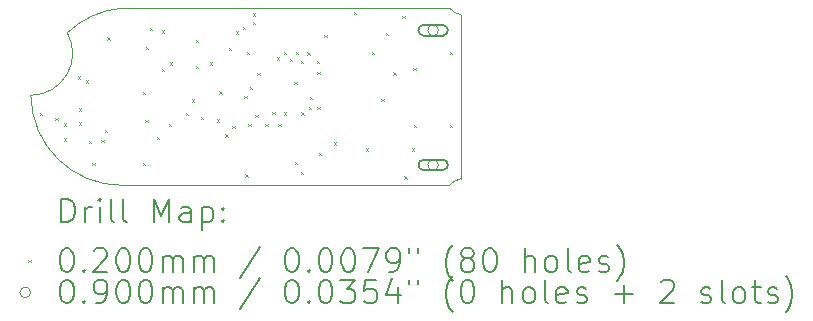
<source format=gbr>
%TF.GenerationSoftware,KiCad,Pcbnew,7.0.7*%
%TF.CreationDate,2024-01-11T13:54:03+01:00*%
%TF.ProjectId,ovrdrive,6f767264-7269-4766-952e-6b696361645f,rev?*%
%TF.SameCoordinates,Original*%
%TF.FileFunction,Drillmap*%
%TF.FilePolarity,Positive*%
%FSLAX45Y45*%
G04 Gerber Fmt 4.5, Leading zero omitted, Abs format (unit mm)*
G04 Created by KiCad (PCBNEW 7.0.7) date 2024-01-11 13:54:03*
%MOMM*%
%LPD*%
G01*
G04 APERTURE LIST*
%ADD10C,0.050000*%
%ADD11C,0.200000*%
%ADD12C,0.020000*%
%ADD13C,0.090000*%
G04 APERTURE END LIST*
D10*
X11579998Y-9662374D02*
G75*
G03*
X11112777Y-9870724I58602J-759457D01*
G01*
X11580000Y-11162372D02*
X14348446Y-11162372D01*
X10803822Y-10400780D02*
G75*
G03*
X11580000Y-11162372I770138J8570D01*
G01*
X14443451Y-11107373D02*
G75*
G03*
X14348452Y-11162372I32589J-165837D01*
G01*
X10803826Y-10400781D02*
G75*
G03*
X11112777Y-9870724I-2361J356443D01*
G01*
X14348452Y-9662371D02*
G75*
G03*
X14443451Y-9717372I127588J110831D01*
G01*
X14443446Y-9717372D02*
X14443446Y-11107372D01*
X11580000Y-9662372D02*
X14348446Y-9662372D01*
D11*
D12*
X10880000Y-10550000D02*
X10900000Y-10570000D01*
X10900000Y-10550000D02*
X10880000Y-10570000D01*
X11010000Y-10590000D02*
X11030000Y-10610000D01*
X11030000Y-10590000D02*
X11010000Y-10610000D01*
X11083000Y-10637000D02*
X11103000Y-10657000D01*
X11103000Y-10637000D02*
X11083000Y-10657000D01*
X11083000Y-10764000D02*
X11103000Y-10784000D01*
X11103000Y-10764000D02*
X11083000Y-10784000D01*
X11200000Y-10240000D02*
X11220000Y-10260000D01*
X11220000Y-10240000D02*
X11200000Y-10260000D01*
X11210000Y-10510000D02*
X11230000Y-10530000D01*
X11230000Y-10510000D02*
X11210000Y-10530000D01*
X11210000Y-10630000D02*
X11230000Y-10650000D01*
X11230000Y-10630000D02*
X11210000Y-10650000D01*
X11270000Y-10272950D02*
X11290000Y-10292950D01*
X11290000Y-10272950D02*
X11270000Y-10292950D01*
X11293000Y-10785000D02*
X11313000Y-10805000D01*
X11313000Y-10785000D02*
X11293000Y-10805000D01*
X11325000Y-10970000D02*
X11345000Y-10990000D01*
X11345000Y-10970000D02*
X11325000Y-10990000D01*
X11400000Y-10780000D02*
X11420000Y-10800000D01*
X11420000Y-10780000D02*
X11400000Y-10800000D01*
X11430000Y-10690000D02*
X11450000Y-10710000D01*
X11450000Y-10690000D02*
X11430000Y-10710000D01*
X11450000Y-9910000D02*
X11470000Y-9930000D01*
X11470000Y-9910000D02*
X11450000Y-9930000D01*
X11750000Y-10370000D02*
X11770000Y-10390000D01*
X11770000Y-10370000D02*
X11750000Y-10390000D01*
X11750000Y-10970000D02*
X11770000Y-10990000D01*
X11770000Y-10970000D02*
X11750000Y-10990000D01*
X11774550Y-10610000D02*
X11794550Y-10630000D01*
X11794550Y-10610000D02*
X11774550Y-10630000D01*
X11780000Y-9990000D02*
X11800000Y-10010000D01*
X11800000Y-9990000D02*
X11780000Y-10010000D01*
X11810000Y-9830000D02*
X11830000Y-9850000D01*
X11830000Y-9830000D02*
X11810000Y-9850000D01*
X11870000Y-10750000D02*
X11890000Y-10770000D01*
X11890000Y-10750000D02*
X11870000Y-10770000D01*
X11914335Y-10174335D02*
X11934335Y-10194335D01*
X11934335Y-10174335D02*
X11914335Y-10194335D01*
X11915000Y-9850000D02*
X11935000Y-9870000D01*
X11935000Y-9850000D02*
X11915000Y-9870000D01*
X11970000Y-10640000D02*
X11990000Y-10660000D01*
X11990000Y-10640000D02*
X11970000Y-10660000D01*
X11980000Y-10120000D02*
X12000000Y-10140000D01*
X12000000Y-10120000D02*
X11980000Y-10140000D01*
X12118377Y-10550000D02*
X12138377Y-10570000D01*
X12138377Y-10550000D02*
X12118377Y-10570000D01*
X12167021Y-10432979D02*
X12187021Y-10452979D01*
X12187021Y-10432979D02*
X12167021Y-10452979D01*
X12200000Y-9930000D02*
X12220000Y-9950000D01*
X12220000Y-9930000D02*
X12200000Y-9950000D01*
X12200000Y-10150000D02*
X12220000Y-10170000D01*
X12220000Y-10150000D02*
X12200000Y-10170000D01*
X12245000Y-10585000D02*
X12265000Y-10605000D01*
X12265000Y-10585000D02*
X12245000Y-10605000D01*
X12320000Y-10120450D02*
X12340000Y-10140450D01*
X12340000Y-10120450D02*
X12320000Y-10140450D01*
X12380000Y-10605000D02*
X12400000Y-10625000D01*
X12400000Y-10605000D02*
X12380000Y-10625000D01*
X12400450Y-10366415D02*
X12420450Y-10386415D01*
X12420450Y-10366415D02*
X12400450Y-10386415D01*
X12450000Y-10730000D02*
X12470000Y-10750000D01*
X12470000Y-10730000D02*
X12450000Y-10750000D01*
X12480000Y-10000000D02*
X12500000Y-10020000D01*
X12500000Y-10000000D02*
X12480000Y-10020000D01*
X12510000Y-10660000D02*
X12530000Y-10680000D01*
X12530000Y-10660000D02*
X12510000Y-10680000D01*
X12540000Y-9860000D02*
X12560000Y-9880000D01*
X12560000Y-9860000D02*
X12540000Y-9880000D01*
X12597270Y-9817950D02*
X12617270Y-9837950D01*
X12617270Y-9817950D02*
X12597270Y-9837950D01*
X12610450Y-10405000D02*
X12630450Y-10425000D01*
X12630450Y-10405000D02*
X12610450Y-10425000D01*
X12620000Y-11070000D02*
X12640000Y-11090000D01*
X12640000Y-11070000D02*
X12620000Y-11090000D01*
X12630000Y-10030000D02*
X12650000Y-10050000D01*
X12650000Y-10030000D02*
X12630000Y-10050000D01*
X12645000Y-10640000D02*
X12665000Y-10660000D01*
X12665000Y-10640000D02*
X12645000Y-10660000D01*
X12657737Y-10328465D02*
X12677737Y-10348465D01*
X12677737Y-10328465D02*
X12657737Y-10348465D01*
X12685000Y-9705000D02*
X12705000Y-9725000D01*
X12705000Y-9705000D02*
X12685000Y-9725000D01*
X12685000Y-9780000D02*
X12705000Y-9800000D01*
X12705000Y-9780000D02*
X12685000Y-9800000D01*
X12705000Y-10564050D02*
X12725000Y-10584050D01*
X12725000Y-10564050D02*
X12705000Y-10584050D01*
X12720000Y-10210000D02*
X12740000Y-10230000D01*
X12740000Y-10210000D02*
X12720000Y-10230000D01*
X12790000Y-10640000D02*
X12810000Y-10660000D01*
X12810000Y-10640000D02*
X12790000Y-10660000D01*
X12850000Y-10540000D02*
X12870000Y-10560000D01*
X12870000Y-10540000D02*
X12850000Y-10560000D01*
X12889186Y-10077986D02*
X12909186Y-10097986D01*
X12909186Y-10077986D02*
X12889186Y-10097986D01*
X12900000Y-10640000D02*
X12920000Y-10660000D01*
X12920000Y-10640000D02*
X12900000Y-10660000D01*
X12945000Y-10030000D02*
X12965000Y-10050000D01*
X12965000Y-10030000D02*
X12945000Y-10050000D01*
X12945000Y-10544050D02*
X12965000Y-10564050D01*
X12965000Y-10544050D02*
X12945000Y-10564050D01*
X12995000Y-10091000D02*
X13015000Y-10111000D01*
X13015000Y-10091000D02*
X12995000Y-10111000D01*
X13035000Y-10285000D02*
X13055000Y-10305000D01*
X13055000Y-10285000D02*
X13035000Y-10305000D01*
X13040000Y-10965000D02*
X13060000Y-10985000D01*
X13060000Y-10965000D02*
X13040000Y-10985000D01*
X13050000Y-10030000D02*
X13070000Y-10050000D01*
X13070000Y-10030000D02*
X13050000Y-10050000D01*
X13090000Y-10110000D02*
X13110000Y-10130000D01*
X13110000Y-10110000D02*
X13090000Y-10130000D01*
X13090000Y-11050000D02*
X13110000Y-11070000D01*
X13110000Y-11050000D02*
X13090000Y-11070000D01*
X13095000Y-10544050D02*
X13115000Y-10564050D01*
X13115000Y-10544050D02*
X13095000Y-10564050D01*
X13145000Y-10035000D02*
X13165000Y-10055000D01*
X13165000Y-10035000D02*
X13145000Y-10055000D01*
X13160000Y-10500000D02*
X13180000Y-10520000D01*
X13180000Y-10500000D02*
X13160000Y-10520000D01*
X13165000Y-10412000D02*
X13185000Y-10432000D01*
X13185000Y-10412000D02*
X13165000Y-10432000D01*
X13225000Y-10110000D02*
X13245000Y-10130000D01*
X13245000Y-10110000D02*
X13225000Y-10130000D01*
X13230000Y-10200000D02*
X13250000Y-10220000D01*
X13250000Y-10200000D02*
X13230000Y-10220000D01*
X13230000Y-10500000D02*
X13250000Y-10520000D01*
X13250000Y-10500000D02*
X13230000Y-10520000D01*
X13240000Y-10890000D02*
X13260000Y-10910000D01*
X13260000Y-10890000D02*
X13240000Y-10910000D01*
X13290000Y-9890000D02*
X13310000Y-9910000D01*
X13310000Y-9890000D02*
X13290000Y-9910000D01*
X13370000Y-10799550D02*
X13390000Y-10819550D01*
X13390000Y-10799550D02*
X13370000Y-10819550D01*
X13540000Y-9695000D02*
X13560000Y-9715000D01*
X13560000Y-9695000D02*
X13540000Y-9715000D01*
X13640000Y-10850000D02*
X13660000Y-10870000D01*
X13660000Y-10850000D02*
X13640000Y-10870000D01*
X13690000Y-10030000D02*
X13710000Y-10050000D01*
X13710000Y-10030000D02*
X13690000Y-10050000D01*
X13770000Y-10430000D02*
X13790000Y-10450000D01*
X13790000Y-10430000D02*
X13770000Y-10450000D01*
X13810000Y-9870000D02*
X13830000Y-9890000D01*
X13830000Y-9870000D02*
X13810000Y-9890000D01*
X13872563Y-10205769D02*
X13892563Y-10225769D01*
X13892563Y-10205769D02*
X13872563Y-10225769D01*
X13950000Y-9730000D02*
X13970000Y-9750000D01*
X13970000Y-9730000D02*
X13950000Y-9750000D01*
X13965000Y-11085000D02*
X13985000Y-11105000D01*
X13985000Y-11085000D02*
X13965000Y-11105000D01*
X14030000Y-10850000D02*
X14050000Y-10870000D01*
X14050000Y-10850000D02*
X14030000Y-10870000D01*
X14042050Y-10170000D02*
X14062050Y-10190000D01*
X14062050Y-10170000D02*
X14042050Y-10190000D01*
X14047050Y-10650000D02*
X14067050Y-10670000D01*
X14067050Y-10650000D02*
X14047050Y-10670000D01*
X14350000Y-10030000D02*
X14370000Y-10050000D01*
X14370000Y-10030000D02*
X14350000Y-10050000D01*
X14350000Y-10650000D02*
X14370000Y-10670000D01*
X14370000Y-10650000D02*
X14350000Y-10670000D01*
D13*
X14255000Y-9850000D02*
G75*
G03*
X14255000Y-9850000I-45000J0D01*
G01*
D11*
X14130000Y-9895000D02*
X14290000Y-9895000D01*
X14290000Y-9895000D02*
G75*
G03*
X14290000Y-9805000I0J45000D01*
G01*
X14290000Y-9805000D02*
X14130000Y-9805000D01*
X14130000Y-9805000D02*
G75*
G03*
X14130000Y-9895000I0J-45000D01*
G01*
D13*
X14255000Y-10990000D02*
G75*
G03*
X14255000Y-10990000I-45000J0D01*
G01*
D11*
X14130000Y-11035000D02*
X14290000Y-11035000D01*
X14290000Y-11035000D02*
G75*
G03*
X14290000Y-10945000I0J45000D01*
G01*
X14290000Y-10945000D02*
X14130000Y-10945000D01*
X14130000Y-10945000D02*
G75*
G03*
X14130000Y-11035000I0J-45000D01*
G01*
X11062103Y-11476379D02*
X11062103Y-11276379D01*
X11062103Y-11276379D02*
X11109722Y-11276379D01*
X11109722Y-11276379D02*
X11138294Y-11285903D01*
X11138294Y-11285903D02*
X11157341Y-11304951D01*
X11157341Y-11304951D02*
X11166865Y-11323998D01*
X11166865Y-11323998D02*
X11176389Y-11362094D01*
X11176389Y-11362094D02*
X11176389Y-11390665D01*
X11176389Y-11390665D02*
X11166865Y-11428760D01*
X11166865Y-11428760D02*
X11157341Y-11447808D01*
X11157341Y-11447808D02*
X11138294Y-11466856D01*
X11138294Y-11466856D02*
X11109722Y-11476379D01*
X11109722Y-11476379D02*
X11062103Y-11476379D01*
X11262103Y-11476379D02*
X11262103Y-11343046D01*
X11262103Y-11381141D02*
X11271627Y-11362094D01*
X11271627Y-11362094D02*
X11281151Y-11352570D01*
X11281151Y-11352570D02*
X11300198Y-11343046D01*
X11300198Y-11343046D02*
X11319246Y-11343046D01*
X11385913Y-11476379D02*
X11385913Y-11343046D01*
X11385913Y-11276379D02*
X11376389Y-11285903D01*
X11376389Y-11285903D02*
X11385913Y-11295427D01*
X11385913Y-11295427D02*
X11395436Y-11285903D01*
X11395436Y-11285903D02*
X11385913Y-11276379D01*
X11385913Y-11276379D02*
X11385913Y-11295427D01*
X11509722Y-11476379D02*
X11490674Y-11466856D01*
X11490674Y-11466856D02*
X11481151Y-11447808D01*
X11481151Y-11447808D02*
X11481151Y-11276379D01*
X11614484Y-11476379D02*
X11595436Y-11466856D01*
X11595436Y-11466856D02*
X11585913Y-11447808D01*
X11585913Y-11447808D02*
X11585913Y-11276379D01*
X11843055Y-11476379D02*
X11843055Y-11276379D01*
X11843055Y-11276379D02*
X11909722Y-11419236D01*
X11909722Y-11419236D02*
X11976389Y-11276379D01*
X11976389Y-11276379D02*
X11976389Y-11476379D01*
X12157341Y-11476379D02*
X12157341Y-11371617D01*
X12157341Y-11371617D02*
X12147817Y-11352570D01*
X12147817Y-11352570D02*
X12128770Y-11343046D01*
X12128770Y-11343046D02*
X12090674Y-11343046D01*
X12090674Y-11343046D02*
X12071627Y-11352570D01*
X12157341Y-11466856D02*
X12138294Y-11476379D01*
X12138294Y-11476379D02*
X12090674Y-11476379D01*
X12090674Y-11476379D02*
X12071627Y-11466856D01*
X12071627Y-11466856D02*
X12062103Y-11447808D01*
X12062103Y-11447808D02*
X12062103Y-11428760D01*
X12062103Y-11428760D02*
X12071627Y-11409713D01*
X12071627Y-11409713D02*
X12090674Y-11400189D01*
X12090674Y-11400189D02*
X12138294Y-11400189D01*
X12138294Y-11400189D02*
X12157341Y-11390665D01*
X12252579Y-11343046D02*
X12252579Y-11543046D01*
X12252579Y-11352570D02*
X12271627Y-11343046D01*
X12271627Y-11343046D02*
X12309722Y-11343046D01*
X12309722Y-11343046D02*
X12328770Y-11352570D01*
X12328770Y-11352570D02*
X12338294Y-11362094D01*
X12338294Y-11362094D02*
X12347817Y-11381141D01*
X12347817Y-11381141D02*
X12347817Y-11438284D01*
X12347817Y-11438284D02*
X12338294Y-11457332D01*
X12338294Y-11457332D02*
X12328770Y-11466856D01*
X12328770Y-11466856D02*
X12309722Y-11476379D01*
X12309722Y-11476379D02*
X12271627Y-11476379D01*
X12271627Y-11476379D02*
X12252579Y-11466856D01*
X12433532Y-11457332D02*
X12443055Y-11466856D01*
X12443055Y-11466856D02*
X12433532Y-11476379D01*
X12433532Y-11476379D02*
X12424008Y-11466856D01*
X12424008Y-11466856D02*
X12433532Y-11457332D01*
X12433532Y-11457332D02*
X12433532Y-11476379D01*
X12433532Y-11352570D02*
X12443055Y-11362094D01*
X12443055Y-11362094D02*
X12433532Y-11371617D01*
X12433532Y-11371617D02*
X12424008Y-11362094D01*
X12424008Y-11362094D02*
X12433532Y-11352570D01*
X12433532Y-11352570D02*
X12433532Y-11371617D01*
D12*
X10781326Y-11794896D02*
X10801326Y-11814896D01*
X10801326Y-11794896D02*
X10781326Y-11814896D01*
D11*
X11100198Y-11696379D02*
X11119246Y-11696379D01*
X11119246Y-11696379D02*
X11138294Y-11705903D01*
X11138294Y-11705903D02*
X11147817Y-11715427D01*
X11147817Y-11715427D02*
X11157341Y-11734475D01*
X11157341Y-11734475D02*
X11166865Y-11772570D01*
X11166865Y-11772570D02*
X11166865Y-11820189D01*
X11166865Y-11820189D02*
X11157341Y-11858284D01*
X11157341Y-11858284D02*
X11147817Y-11877332D01*
X11147817Y-11877332D02*
X11138294Y-11886856D01*
X11138294Y-11886856D02*
X11119246Y-11896379D01*
X11119246Y-11896379D02*
X11100198Y-11896379D01*
X11100198Y-11896379D02*
X11081151Y-11886856D01*
X11081151Y-11886856D02*
X11071627Y-11877332D01*
X11071627Y-11877332D02*
X11062103Y-11858284D01*
X11062103Y-11858284D02*
X11052579Y-11820189D01*
X11052579Y-11820189D02*
X11052579Y-11772570D01*
X11052579Y-11772570D02*
X11062103Y-11734475D01*
X11062103Y-11734475D02*
X11071627Y-11715427D01*
X11071627Y-11715427D02*
X11081151Y-11705903D01*
X11081151Y-11705903D02*
X11100198Y-11696379D01*
X11252579Y-11877332D02*
X11262103Y-11886856D01*
X11262103Y-11886856D02*
X11252579Y-11896379D01*
X11252579Y-11896379D02*
X11243055Y-11886856D01*
X11243055Y-11886856D02*
X11252579Y-11877332D01*
X11252579Y-11877332D02*
X11252579Y-11896379D01*
X11338294Y-11715427D02*
X11347817Y-11705903D01*
X11347817Y-11705903D02*
X11366865Y-11696379D01*
X11366865Y-11696379D02*
X11414484Y-11696379D01*
X11414484Y-11696379D02*
X11433532Y-11705903D01*
X11433532Y-11705903D02*
X11443055Y-11715427D01*
X11443055Y-11715427D02*
X11452579Y-11734475D01*
X11452579Y-11734475D02*
X11452579Y-11753522D01*
X11452579Y-11753522D02*
X11443055Y-11782094D01*
X11443055Y-11782094D02*
X11328770Y-11896379D01*
X11328770Y-11896379D02*
X11452579Y-11896379D01*
X11576389Y-11696379D02*
X11595436Y-11696379D01*
X11595436Y-11696379D02*
X11614484Y-11705903D01*
X11614484Y-11705903D02*
X11624008Y-11715427D01*
X11624008Y-11715427D02*
X11633532Y-11734475D01*
X11633532Y-11734475D02*
X11643055Y-11772570D01*
X11643055Y-11772570D02*
X11643055Y-11820189D01*
X11643055Y-11820189D02*
X11633532Y-11858284D01*
X11633532Y-11858284D02*
X11624008Y-11877332D01*
X11624008Y-11877332D02*
X11614484Y-11886856D01*
X11614484Y-11886856D02*
X11595436Y-11896379D01*
X11595436Y-11896379D02*
X11576389Y-11896379D01*
X11576389Y-11896379D02*
X11557341Y-11886856D01*
X11557341Y-11886856D02*
X11547817Y-11877332D01*
X11547817Y-11877332D02*
X11538294Y-11858284D01*
X11538294Y-11858284D02*
X11528770Y-11820189D01*
X11528770Y-11820189D02*
X11528770Y-11772570D01*
X11528770Y-11772570D02*
X11538294Y-11734475D01*
X11538294Y-11734475D02*
X11547817Y-11715427D01*
X11547817Y-11715427D02*
X11557341Y-11705903D01*
X11557341Y-11705903D02*
X11576389Y-11696379D01*
X11766865Y-11696379D02*
X11785913Y-11696379D01*
X11785913Y-11696379D02*
X11804960Y-11705903D01*
X11804960Y-11705903D02*
X11814484Y-11715427D01*
X11814484Y-11715427D02*
X11824008Y-11734475D01*
X11824008Y-11734475D02*
X11833532Y-11772570D01*
X11833532Y-11772570D02*
X11833532Y-11820189D01*
X11833532Y-11820189D02*
X11824008Y-11858284D01*
X11824008Y-11858284D02*
X11814484Y-11877332D01*
X11814484Y-11877332D02*
X11804960Y-11886856D01*
X11804960Y-11886856D02*
X11785913Y-11896379D01*
X11785913Y-11896379D02*
X11766865Y-11896379D01*
X11766865Y-11896379D02*
X11747817Y-11886856D01*
X11747817Y-11886856D02*
X11738294Y-11877332D01*
X11738294Y-11877332D02*
X11728770Y-11858284D01*
X11728770Y-11858284D02*
X11719246Y-11820189D01*
X11719246Y-11820189D02*
X11719246Y-11772570D01*
X11719246Y-11772570D02*
X11728770Y-11734475D01*
X11728770Y-11734475D02*
X11738294Y-11715427D01*
X11738294Y-11715427D02*
X11747817Y-11705903D01*
X11747817Y-11705903D02*
X11766865Y-11696379D01*
X11919246Y-11896379D02*
X11919246Y-11763046D01*
X11919246Y-11782094D02*
X11928770Y-11772570D01*
X11928770Y-11772570D02*
X11947817Y-11763046D01*
X11947817Y-11763046D02*
X11976389Y-11763046D01*
X11976389Y-11763046D02*
X11995436Y-11772570D01*
X11995436Y-11772570D02*
X12004960Y-11791617D01*
X12004960Y-11791617D02*
X12004960Y-11896379D01*
X12004960Y-11791617D02*
X12014484Y-11772570D01*
X12014484Y-11772570D02*
X12033532Y-11763046D01*
X12033532Y-11763046D02*
X12062103Y-11763046D01*
X12062103Y-11763046D02*
X12081151Y-11772570D01*
X12081151Y-11772570D02*
X12090675Y-11791617D01*
X12090675Y-11791617D02*
X12090675Y-11896379D01*
X12185913Y-11896379D02*
X12185913Y-11763046D01*
X12185913Y-11782094D02*
X12195436Y-11772570D01*
X12195436Y-11772570D02*
X12214484Y-11763046D01*
X12214484Y-11763046D02*
X12243056Y-11763046D01*
X12243056Y-11763046D02*
X12262103Y-11772570D01*
X12262103Y-11772570D02*
X12271627Y-11791617D01*
X12271627Y-11791617D02*
X12271627Y-11896379D01*
X12271627Y-11791617D02*
X12281151Y-11772570D01*
X12281151Y-11772570D02*
X12300198Y-11763046D01*
X12300198Y-11763046D02*
X12328770Y-11763046D01*
X12328770Y-11763046D02*
X12347817Y-11772570D01*
X12347817Y-11772570D02*
X12357341Y-11791617D01*
X12357341Y-11791617D02*
X12357341Y-11896379D01*
X12747817Y-11686856D02*
X12576389Y-11943998D01*
X13004960Y-11696379D02*
X13024008Y-11696379D01*
X13024008Y-11696379D02*
X13043056Y-11705903D01*
X13043056Y-11705903D02*
X13052579Y-11715427D01*
X13052579Y-11715427D02*
X13062103Y-11734475D01*
X13062103Y-11734475D02*
X13071627Y-11772570D01*
X13071627Y-11772570D02*
X13071627Y-11820189D01*
X13071627Y-11820189D02*
X13062103Y-11858284D01*
X13062103Y-11858284D02*
X13052579Y-11877332D01*
X13052579Y-11877332D02*
X13043056Y-11886856D01*
X13043056Y-11886856D02*
X13024008Y-11896379D01*
X13024008Y-11896379D02*
X13004960Y-11896379D01*
X13004960Y-11896379D02*
X12985913Y-11886856D01*
X12985913Y-11886856D02*
X12976389Y-11877332D01*
X12976389Y-11877332D02*
X12966865Y-11858284D01*
X12966865Y-11858284D02*
X12957341Y-11820189D01*
X12957341Y-11820189D02*
X12957341Y-11772570D01*
X12957341Y-11772570D02*
X12966865Y-11734475D01*
X12966865Y-11734475D02*
X12976389Y-11715427D01*
X12976389Y-11715427D02*
X12985913Y-11705903D01*
X12985913Y-11705903D02*
X13004960Y-11696379D01*
X13157341Y-11877332D02*
X13166865Y-11886856D01*
X13166865Y-11886856D02*
X13157341Y-11896379D01*
X13157341Y-11896379D02*
X13147818Y-11886856D01*
X13147818Y-11886856D02*
X13157341Y-11877332D01*
X13157341Y-11877332D02*
X13157341Y-11896379D01*
X13290675Y-11696379D02*
X13309722Y-11696379D01*
X13309722Y-11696379D02*
X13328770Y-11705903D01*
X13328770Y-11705903D02*
X13338294Y-11715427D01*
X13338294Y-11715427D02*
X13347818Y-11734475D01*
X13347818Y-11734475D02*
X13357341Y-11772570D01*
X13357341Y-11772570D02*
X13357341Y-11820189D01*
X13357341Y-11820189D02*
X13347818Y-11858284D01*
X13347818Y-11858284D02*
X13338294Y-11877332D01*
X13338294Y-11877332D02*
X13328770Y-11886856D01*
X13328770Y-11886856D02*
X13309722Y-11896379D01*
X13309722Y-11896379D02*
X13290675Y-11896379D01*
X13290675Y-11896379D02*
X13271627Y-11886856D01*
X13271627Y-11886856D02*
X13262103Y-11877332D01*
X13262103Y-11877332D02*
X13252579Y-11858284D01*
X13252579Y-11858284D02*
X13243056Y-11820189D01*
X13243056Y-11820189D02*
X13243056Y-11772570D01*
X13243056Y-11772570D02*
X13252579Y-11734475D01*
X13252579Y-11734475D02*
X13262103Y-11715427D01*
X13262103Y-11715427D02*
X13271627Y-11705903D01*
X13271627Y-11705903D02*
X13290675Y-11696379D01*
X13481151Y-11696379D02*
X13500199Y-11696379D01*
X13500199Y-11696379D02*
X13519246Y-11705903D01*
X13519246Y-11705903D02*
X13528770Y-11715427D01*
X13528770Y-11715427D02*
X13538294Y-11734475D01*
X13538294Y-11734475D02*
X13547818Y-11772570D01*
X13547818Y-11772570D02*
X13547818Y-11820189D01*
X13547818Y-11820189D02*
X13538294Y-11858284D01*
X13538294Y-11858284D02*
X13528770Y-11877332D01*
X13528770Y-11877332D02*
X13519246Y-11886856D01*
X13519246Y-11886856D02*
X13500199Y-11896379D01*
X13500199Y-11896379D02*
X13481151Y-11896379D01*
X13481151Y-11896379D02*
X13462103Y-11886856D01*
X13462103Y-11886856D02*
X13452579Y-11877332D01*
X13452579Y-11877332D02*
X13443056Y-11858284D01*
X13443056Y-11858284D02*
X13433532Y-11820189D01*
X13433532Y-11820189D02*
X13433532Y-11772570D01*
X13433532Y-11772570D02*
X13443056Y-11734475D01*
X13443056Y-11734475D02*
X13452579Y-11715427D01*
X13452579Y-11715427D02*
X13462103Y-11705903D01*
X13462103Y-11705903D02*
X13481151Y-11696379D01*
X13614484Y-11696379D02*
X13747818Y-11696379D01*
X13747818Y-11696379D02*
X13662103Y-11896379D01*
X13833532Y-11896379D02*
X13871627Y-11896379D01*
X13871627Y-11896379D02*
X13890675Y-11886856D01*
X13890675Y-11886856D02*
X13900199Y-11877332D01*
X13900199Y-11877332D02*
X13919246Y-11848760D01*
X13919246Y-11848760D02*
X13928770Y-11810665D01*
X13928770Y-11810665D02*
X13928770Y-11734475D01*
X13928770Y-11734475D02*
X13919246Y-11715427D01*
X13919246Y-11715427D02*
X13909722Y-11705903D01*
X13909722Y-11705903D02*
X13890675Y-11696379D01*
X13890675Y-11696379D02*
X13852579Y-11696379D01*
X13852579Y-11696379D02*
X13833532Y-11705903D01*
X13833532Y-11705903D02*
X13824008Y-11715427D01*
X13824008Y-11715427D02*
X13814484Y-11734475D01*
X13814484Y-11734475D02*
X13814484Y-11782094D01*
X13814484Y-11782094D02*
X13824008Y-11801141D01*
X13824008Y-11801141D02*
X13833532Y-11810665D01*
X13833532Y-11810665D02*
X13852579Y-11820189D01*
X13852579Y-11820189D02*
X13890675Y-11820189D01*
X13890675Y-11820189D02*
X13909722Y-11810665D01*
X13909722Y-11810665D02*
X13919246Y-11801141D01*
X13919246Y-11801141D02*
X13928770Y-11782094D01*
X14004960Y-11696379D02*
X14004960Y-11734475D01*
X14081151Y-11696379D02*
X14081151Y-11734475D01*
X14376389Y-11972570D02*
X14366865Y-11963046D01*
X14366865Y-11963046D02*
X14347818Y-11934475D01*
X14347818Y-11934475D02*
X14338294Y-11915427D01*
X14338294Y-11915427D02*
X14328770Y-11886856D01*
X14328770Y-11886856D02*
X14319246Y-11839236D01*
X14319246Y-11839236D02*
X14319246Y-11801141D01*
X14319246Y-11801141D02*
X14328770Y-11753522D01*
X14328770Y-11753522D02*
X14338294Y-11724951D01*
X14338294Y-11724951D02*
X14347818Y-11705903D01*
X14347818Y-11705903D02*
X14366865Y-11677332D01*
X14366865Y-11677332D02*
X14376389Y-11667808D01*
X14481151Y-11782094D02*
X14462103Y-11772570D01*
X14462103Y-11772570D02*
X14452580Y-11763046D01*
X14452580Y-11763046D02*
X14443056Y-11743998D01*
X14443056Y-11743998D02*
X14443056Y-11734475D01*
X14443056Y-11734475D02*
X14452580Y-11715427D01*
X14452580Y-11715427D02*
X14462103Y-11705903D01*
X14462103Y-11705903D02*
X14481151Y-11696379D01*
X14481151Y-11696379D02*
X14519246Y-11696379D01*
X14519246Y-11696379D02*
X14538294Y-11705903D01*
X14538294Y-11705903D02*
X14547818Y-11715427D01*
X14547818Y-11715427D02*
X14557341Y-11734475D01*
X14557341Y-11734475D02*
X14557341Y-11743998D01*
X14557341Y-11743998D02*
X14547818Y-11763046D01*
X14547818Y-11763046D02*
X14538294Y-11772570D01*
X14538294Y-11772570D02*
X14519246Y-11782094D01*
X14519246Y-11782094D02*
X14481151Y-11782094D01*
X14481151Y-11782094D02*
X14462103Y-11791617D01*
X14462103Y-11791617D02*
X14452580Y-11801141D01*
X14452580Y-11801141D02*
X14443056Y-11820189D01*
X14443056Y-11820189D02*
X14443056Y-11858284D01*
X14443056Y-11858284D02*
X14452580Y-11877332D01*
X14452580Y-11877332D02*
X14462103Y-11886856D01*
X14462103Y-11886856D02*
X14481151Y-11896379D01*
X14481151Y-11896379D02*
X14519246Y-11896379D01*
X14519246Y-11896379D02*
X14538294Y-11886856D01*
X14538294Y-11886856D02*
X14547818Y-11877332D01*
X14547818Y-11877332D02*
X14557341Y-11858284D01*
X14557341Y-11858284D02*
X14557341Y-11820189D01*
X14557341Y-11820189D02*
X14547818Y-11801141D01*
X14547818Y-11801141D02*
X14538294Y-11791617D01*
X14538294Y-11791617D02*
X14519246Y-11782094D01*
X14681151Y-11696379D02*
X14700199Y-11696379D01*
X14700199Y-11696379D02*
X14719246Y-11705903D01*
X14719246Y-11705903D02*
X14728770Y-11715427D01*
X14728770Y-11715427D02*
X14738294Y-11734475D01*
X14738294Y-11734475D02*
X14747818Y-11772570D01*
X14747818Y-11772570D02*
X14747818Y-11820189D01*
X14747818Y-11820189D02*
X14738294Y-11858284D01*
X14738294Y-11858284D02*
X14728770Y-11877332D01*
X14728770Y-11877332D02*
X14719246Y-11886856D01*
X14719246Y-11886856D02*
X14700199Y-11896379D01*
X14700199Y-11896379D02*
X14681151Y-11896379D01*
X14681151Y-11896379D02*
X14662103Y-11886856D01*
X14662103Y-11886856D02*
X14652580Y-11877332D01*
X14652580Y-11877332D02*
X14643056Y-11858284D01*
X14643056Y-11858284D02*
X14633532Y-11820189D01*
X14633532Y-11820189D02*
X14633532Y-11772570D01*
X14633532Y-11772570D02*
X14643056Y-11734475D01*
X14643056Y-11734475D02*
X14652580Y-11715427D01*
X14652580Y-11715427D02*
X14662103Y-11705903D01*
X14662103Y-11705903D02*
X14681151Y-11696379D01*
X14985913Y-11896379D02*
X14985913Y-11696379D01*
X15071627Y-11896379D02*
X15071627Y-11791617D01*
X15071627Y-11791617D02*
X15062103Y-11772570D01*
X15062103Y-11772570D02*
X15043056Y-11763046D01*
X15043056Y-11763046D02*
X15014484Y-11763046D01*
X15014484Y-11763046D02*
X14995437Y-11772570D01*
X14995437Y-11772570D02*
X14985913Y-11782094D01*
X15195437Y-11896379D02*
X15176389Y-11886856D01*
X15176389Y-11886856D02*
X15166865Y-11877332D01*
X15166865Y-11877332D02*
X15157342Y-11858284D01*
X15157342Y-11858284D02*
X15157342Y-11801141D01*
X15157342Y-11801141D02*
X15166865Y-11782094D01*
X15166865Y-11782094D02*
X15176389Y-11772570D01*
X15176389Y-11772570D02*
X15195437Y-11763046D01*
X15195437Y-11763046D02*
X15224008Y-11763046D01*
X15224008Y-11763046D02*
X15243056Y-11772570D01*
X15243056Y-11772570D02*
X15252580Y-11782094D01*
X15252580Y-11782094D02*
X15262103Y-11801141D01*
X15262103Y-11801141D02*
X15262103Y-11858284D01*
X15262103Y-11858284D02*
X15252580Y-11877332D01*
X15252580Y-11877332D02*
X15243056Y-11886856D01*
X15243056Y-11886856D02*
X15224008Y-11896379D01*
X15224008Y-11896379D02*
X15195437Y-11896379D01*
X15376389Y-11896379D02*
X15357342Y-11886856D01*
X15357342Y-11886856D02*
X15347818Y-11867808D01*
X15347818Y-11867808D02*
X15347818Y-11696379D01*
X15528770Y-11886856D02*
X15509723Y-11896379D01*
X15509723Y-11896379D02*
X15471627Y-11896379D01*
X15471627Y-11896379D02*
X15452580Y-11886856D01*
X15452580Y-11886856D02*
X15443056Y-11867808D01*
X15443056Y-11867808D02*
X15443056Y-11791617D01*
X15443056Y-11791617D02*
X15452580Y-11772570D01*
X15452580Y-11772570D02*
X15471627Y-11763046D01*
X15471627Y-11763046D02*
X15509723Y-11763046D01*
X15509723Y-11763046D02*
X15528770Y-11772570D01*
X15528770Y-11772570D02*
X15538294Y-11791617D01*
X15538294Y-11791617D02*
X15538294Y-11810665D01*
X15538294Y-11810665D02*
X15443056Y-11829713D01*
X15614484Y-11886856D02*
X15633532Y-11896379D01*
X15633532Y-11896379D02*
X15671627Y-11896379D01*
X15671627Y-11896379D02*
X15690675Y-11886856D01*
X15690675Y-11886856D02*
X15700199Y-11867808D01*
X15700199Y-11867808D02*
X15700199Y-11858284D01*
X15700199Y-11858284D02*
X15690675Y-11839236D01*
X15690675Y-11839236D02*
X15671627Y-11829713D01*
X15671627Y-11829713D02*
X15643056Y-11829713D01*
X15643056Y-11829713D02*
X15624008Y-11820189D01*
X15624008Y-11820189D02*
X15614484Y-11801141D01*
X15614484Y-11801141D02*
X15614484Y-11791617D01*
X15614484Y-11791617D02*
X15624008Y-11772570D01*
X15624008Y-11772570D02*
X15643056Y-11763046D01*
X15643056Y-11763046D02*
X15671627Y-11763046D01*
X15671627Y-11763046D02*
X15690675Y-11772570D01*
X15766865Y-11972570D02*
X15776389Y-11963046D01*
X15776389Y-11963046D02*
X15795437Y-11934475D01*
X15795437Y-11934475D02*
X15804961Y-11915427D01*
X15804961Y-11915427D02*
X15814484Y-11886856D01*
X15814484Y-11886856D02*
X15824008Y-11839236D01*
X15824008Y-11839236D02*
X15824008Y-11801141D01*
X15824008Y-11801141D02*
X15814484Y-11753522D01*
X15814484Y-11753522D02*
X15804961Y-11724951D01*
X15804961Y-11724951D02*
X15795437Y-11705903D01*
X15795437Y-11705903D02*
X15776389Y-11677332D01*
X15776389Y-11677332D02*
X15766865Y-11667808D01*
D13*
X10801326Y-12068896D02*
G75*
G03*
X10801326Y-12068896I-45000J0D01*
G01*
D11*
X11100198Y-11960379D02*
X11119246Y-11960379D01*
X11119246Y-11960379D02*
X11138294Y-11969903D01*
X11138294Y-11969903D02*
X11147817Y-11979427D01*
X11147817Y-11979427D02*
X11157341Y-11998475D01*
X11157341Y-11998475D02*
X11166865Y-12036570D01*
X11166865Y-12036570D02*
X11166865Y-12084189D01*
X11166865Y-12084189D02*
X11157341Y-12122284D01*
X11157341Y-12122284D02*
X11147817Y-12141332D01*
X11147817Y-12141332D02*
X11138294Y-12150856D01*
X11138294Y-12150856D02*
X11119246Y-12160379D01*
X11119246Y-12160379D02*
X11100198Y-12160379D01*
X11100198Y-12160379D02*
X11081151Y-12150856D01*
X11081151Y-12150856D02*
X11071627Y-12141332D01*
X11071627Y-12141332D02*
X11062103Y-12122284D01*
X11062103Y-12122284D02*
X11052579Y-12084189D01*
X11052579Y-12084189D02*
X11052579Y-12036570D01*
X11052579Y-12036570D02*
X11062103Y-11998475D01*
X11062103Y-11998475D02*
X11071627Y-11979427D01*
X11071627Y-11979427D02*
X11081151Y-11969903D01*
X11081151Y-11969903D02*
X11100198Y-11960379D01*
X11252579Y-12141332D02*
X11262103Y-12150856D01*
X11262103Y-12150856D02*
X11252579Y-12160379D01*
X11252579Y-12160379D02*
X11243055Y-12150856D01*
X11243055Y-12150856D02*
X11252579Y-12141332D01*
X11252579Y-12141332D02*
X11252579Y-12160379D01*
X11357341Y-12160379D02*
X11395436Y-12160379D01*
X11395436Y-12160379D02*
X11414484Y-12150856D01*
X11414484Y-12150856D02*
X11424008Y-12141332D01*
X11424008Y-12141332D02*
X11443055Y-12112760D01*
X11443055Y-12112760D02*
X11452579Y-12074665D01*
X11452579Y-12074665D02*
X11452579Y-11998475D01*
X11452579Y-11998475D02*
X11443055Y-11979427D01*
X11443055Y-11979427D02*
X11433532Y-11969903D01*
X11433532Y-11969903D02*
X11414484Y-11960379D01*
X11414484Y-11960379D02*
X11376389Y-11960379D01*
X11376389Y-11960379D02*
X11357341Y-11969903D01*
X11357341Y-11969903D02*
X11347817Y-11979427D01*
X11347817Y-11979427D02*
X11338294Y-11998475D01*
X11338294Y-11998475D02*
X11338294Y-12046094D01*
X11338294Y-12046094D02*
X11347817Y-12065141D01*
X11347817Y-12065141D02*
X11357341Y-12074665D01*
X11357341Y-12074665D02*
X11376389Y-12084189D01*
X11376389Y-12084189D02*
X11414484Y-12084189D01*
X11414484Y-12084189D02*
X11433532Y-12074665D01*
X11433532Y-12074665D02*
X11443055Y-12065141D01*
X11443055Y-12065141D02*
X11452579Y-12046094D01*
X11576389Y-11960379D02*
X11595436Y-11960379D01*
X11595436Y-11960379D02*
X11614484Y-11969903D01*
X11614484Y-11969903D02*
X11624008Y-11979427D01*
X11624008Y-11979427D02*
X11633532Y-11998475D01*
X11633532Y-11998475D02*
X11643055Y-12036570D01*
X11643055Y-12036570D02*
X11643055Y-12084189D01*
X11643055Y-12084189D02*
X11633532Y-12122284D01*
X11633532Y-12122284D02*
X11624008Y-12141332D01*
X11624008Y-12141332D02*
X11614484Y-12150856D01*
X11614484Y-12150856D02*
X11595436Y-12160379D01*
X11595436Y-12160379D02*
X11576389Y-12160379D01*
X11576389Y-12160379D02*
X11557341Y-12150856D01*
X11557341Y-12150856D02*
X11547817Y-12141332D01*
X11547817Y-12141332D02*
X11538294Y-12122284D01*
X11538294Y-12122284D02*
X11528770Y-12084189D01*
X11528770Y-12084189D02*
X11528770Y-12036570D01*
X11528770Y-12036570D02*
X11538294Y-11998475D01*
X11538294Y-11998475D02*
X11547817Y-11979427D01*
X11547817Y-11979427D02*
X11557341Y-11969903D01*
X11557341Y-11969903D02*
X11576389Y-11960379D01*
X11766865Y-11960379D02*
X11785913Y-11960379D01*
X11785913Y-11960379D02*
X11804960Y-11969903D01*
X11804960Y-11969903D02*
X11814484Y-11979427D01*
X11814484Y-11979427D02*
X11824008Y-11998475D01*
X11824008Y-11998475D02*
X11833532Y-12036570D01*
X11833532Y-12036570D02*
X11833532Y-12084189D01*
X11833532Y-12084189D02*
X11824008Y-12122284D01*
X11824008Y-12122284D02*
X11814484Y-12141332D01*
X11814484Y-12141332D02*
X11804960Y-12150856D01*
X11804960Y-12150856D02*
X11785913Y-12160379D01*
X11785913Y-12160379D02*
X11766865Y-12160379D01*
X11766865Y-12160379D02*
X11747817Y-12150856D01*
X11747817Y-12150856D02*
X11738294Y-12141332D01*
X11738294Y-12141332D02*
X11728770Y-12122284D01*
X11728770Y-12122284D02*
X11719246Y-12084189D01*
X11719246Y-12084189D02*
X11719246Y-12036570D01*
X11719246Y-12036570D02*
X11728770Y-11998475D01*
X11728770Y-11998475D02*
X11738294Y-11979427D01*
X11738294Y-11979427D02*
X11747817Y-11969903D01*
X11747817Y-11969903D02*
X11766865Y-11960379D01*
X11919246Y-12160379D02*
X11919246Y-12027046D01*
X11919246Y-12046094D02*
X11928770Y-12036570D01*
X11928770Y-12036570D02*
X11947817Y-12027046D01*
X11947817Y-12027046D02*
X11976389Y-12027046D01*
X11976389Y-12027046D02*
X11995436Y-12036570D01*
X11995436Y-12036570D02*
X12004960Y-12055617D01*
X12004960Y-12055617D02*
X12004960Y-12160379D01*
X12004960Y-12055617D02*
X12014484Y-12036570D01*
X12014484Y-12036570D02*
X12033532Y-12027046D01*
X12033532Y-12027046D02*
X12062103Y-12027046D01*
X12062103Y-12027046D02*
X12081151Y-12036570D01*
X12081151Y-12036570D02*
X12090675Y-12055617D01*
X12090675Y-12055617D02*
X12090675Y-12160379D01*
X12185913Y-12160379D02*
X12185913Y-12027046D01*
X12185913Y-12046094D02*
X12195436Y-12036570D01*
X12195436Y-12036570D02*
X12214484Y-12027046D01*
X12214484Y-12027046D02*
X12243056Y-12027046D01*
X12243056Y-12027046D02*
X12262103Y-12036570D01*
X12262103Y-12036570D02*
X12271627Y-12055617D01*
X12271627Y-12055617D02*
X12271627Y-12160379D01*
X12271627Y-12055617D02*
X12281151Y-12036570D01*
X12281151Y-12036570D02*
X12300198Y-12027046D01*
X12300198Y-12027046D02*
X12328770Y-12027046D01*
X12328770Y-12027046D02*
X12347817Y-12036570D01*
X12347817Y-12036570D02*
X12357341Y-12055617D01*
X12357341Y-12055617D02*
X12357341Y-12160379D01*
X12747817Y-11950856D02*
X12576389Y-12207998D01*
X13004960Y-11960379D02*
X13024008Y-11960379D01*
X13024008Y-11960379D02*
X13043056Y-11969903D01*
X13043056Y-11969903D02*
X13052579Y-11979427D01*
X13052579Y-11979427D02*
X13062103Y-11998475D01*
X13062103Y-11998475D02*
X13071627Y-12036570D01*
X13071627Y-12036570D02*
X13071627Y-12084189D01*
X13071627Y-12084189D02*
X13062103Y-12122284D01*
X13062103Y-12122284D02*
X13052579Y-12141332D01*
X13052579Y-12141332D02*
X13043056Y-12150856D01*
X13043056Y-12150856D02*
X13024008Y-12160379D01*
X13024008Y-12160379D02*
X13004960Y-12160379D01*
X13004960Y-12160379D02*
X12985913Y-12150856D01*
X12985913Y-12150856D02*
X12976389Y-12141332D01*
X12976389Y-12141332D02*
X12966865Y-12122284D01*
X12966865Y-12122284D02*
X12957341Y-12084189D01*
X12957341Y-12084189D02*
X12957341Y-12036570D01*
X12957341Y-12036570D02*
X12966865Y-11998475D01*
X12966865Y-11998475D02*
X12976389Y-11979427D01*
X12976389Y-11979427D02*
X12985913Y-11969903D01*
X12985913Y-11969903D02*
X13004960Y-11960379D01*
X13157341Y-12141332D02*
X13166865Y-12150856D01*
X13166865Y-12150856D02*
X13157341Y-12160379D01*
X13157341Y-12160379D02*
X13147818Y-12150856D01*
X13147818Y-12150856D02*
X13157341Y-12141332D01*
X13157341Y-12141332D02*
X13157341Y-12160379D01*
X13290675Y-11960379D02*
X13309722Y-11960379D01*
X13309722Y-11960379D02*
X13328770Y-11969903D01*
X13328770Y-11969903D02*
X13338294Y-11979427D01*
X13338294Y-11979427D02*
X13347818Y-11998475D01*
X13347818Y-11998475D02*
X13357341Y-12036570D01*
X13357341Y-12036570D02*
X13357341Y-12084189D01*
X13357341Y-12084189D02*
X13347818Y-12122284D01*
X13347818Y-12122284D02*
X13338294Y-12141332D01*
X13338294Y-12141332D02*
X13328770Y-12150856D01*
X13328770Y-12150856D02*
X13309722Y-12160379D01*
X13309722Y-12160379D02*
X13290675Y-12160379D01*
X13290675Y-12160379D02*
X13271627Y-12150856D01*
X13271627Y-12150856D02*
X13262103Y-12141332D01*
X13262103Y-12141332D02*
X13252579Y-12122284D01*
X13252579Y-12122284D02*
X13243056Y-12084189D01*
X13243056Y-12084189D02*
X13243056Y-12036570D01*
X13243056Y-12036570D02*
X13252579Y-11998475D01*
X13252579Y-11998475D02*
X13262103Y-11979427D01*
X13262103Y-11979427D02*
X13271627Y-11969903D01*
X13271627Y-11969903D02*
X13290675Y-11960379D01*
X13424008Y-11960379D02*
X13547818Y-11960379D01*
X13547818Y-11960379D02*
X13481151Y-12036570D01*
X13481151Y-12036570D02*
X13509722Y-12036570D01*
X13509722Y-12036570D02*
X13528770Y-12046094D01*
X13528770Y-12046094D02*
X13538294Y-12055617D01*
X13538294Y-12055617D02*
X13547818Y-12074665D01*
X13547818Y-12074665D02*
X13547818Y-12122284D01*
X13547818Y-12122284D02*
X13538294Y-12141332D01*
X13538294Y-12141332D02*
X13528770Y-12150856D01*
X13528770Y-12150856D02*
X13509722Y-12160379D01*
X13509722Y-12160379D02*
X13452579Y-12160379D01*
X13452579Y-12160379D02*
X13433532Y-12150856D01*
X13433532Y-12150856D02*
X13424008Y-12141332D01*
X13728770Y-11960379D02*
X13633532Y-11960379D01*
X13633532Y-11960379D02*
X13624008Y-12055617D01*
X13624008Y-12055617D02*
X13633532Y-12046094D01*
X13633532Y-12046094D02*
X13652579Y-12036570D01*
X13652579Y-12036570D02*
X13700199Y-12036570D01*
X13700199Y-12036570D02*
X13719246Y-12046094D01*
X13719246Y-12046094D02*
X13728770Y-12055617D01*
X13728770Y-12055617D02*
X13738294Y-12074665D01*
X13738294Y-12074665D02*
X13738294Y-12122284D01*
X13738294Y-12122284D02*
X13728770Y-12141332D01*
X13728770Y-12141332D02*
X13719246Y-12150856D01*
X13719246Y-12150856D02*
X13700199Y-12160379D01*
X13700199Y-12160379D02*
X13652579Y-12160379D01*
X13652579Y-12160379D02*
X13633532Y-12150856D01*
X13633532Y-12150856D02*
X13624008Y-12141332D01*
X13909722Y-12027046D02*
X13909722Y-12160379D01*
X13862103Y-11950856D02*
X13814484Y-12093713D01*
X13814484Y-12093713D02*
X13938294Y-12093713D01*
X14004960Y-11960379D02*
X14004960Y-11998475D01*
X14081151Y-11960379D02*
X14081151Y-11998475D01*
X14376389Y-12236570D02*
X14366865Y-12227046D01*
X14366865Y-12227046D02*
X14347818Y-12198475D01*
X14347818Y-12198475D02*
X14338294Y-12179427D01*
X14338294Y-12179427D02*
X14328770Y-12150856D01*
X14328770Y-12150856D02*
X14319246Y-12103236D01*
X14319246Y-12103236D02*
X14319246Y-12065141D01*
X14319246Y-12065141D02*
X14328770Y-12017522D01*
X14328770Y-12017522D02*
X14338294Y-11988951D01*
X14338294Y-11988951D02*
X14347818Y-11969903D01*
X14347818Y-11969903D02*
X14366865Y-11941332D01*
X14366865Y-11941332D02*
X14376389Y-11931808D01*
X14490675Y-11960379D02*
X14509722Y-11960379D01*
X14509722Y-11960379D02*
X14528770Y-11969903D01*
X14528770Y-11969903D02*
X14538294Y-11979427D01*
X14538294Y-11979427D02*
X14547818Y-11998475D01*
X14547818Y-11998475D02*
X14557341Y-12036570D01*
X14557341Y-12036570D02*
X14557341Y-12084189D01*
X14557341Y-12084189D02*
X14547818Y-12122284D01*
X14547818Y-12122284D02*
X14538294Y-12141332D01*
X14538294Y-12141332D02*
X14528770Y-12150856D01*
X14528770Y-12150856D02*
X14509722Y-12160379D01*
X14509722Y-12160379D02*
X14490675Y-12160379D01*
X14490675Y-12160379D02*
X14471627Y-12150856D01*
X14471627Y-12150856D02*
X14462103Y-12141332D01*
X14462103Y-12141332D02*
X14452580Y-12122284D01*
X14452580Y-12122284D02*
X14443056Y-12084189D01*
X14443056Y-12084189D02*
X14443056Y-12036570D01*
X14443056Y-12036570D02*
X14452580Y-11998475D01*
X14452580Y-11998475D02*
X14462103Y-11979427D01*
X14462103Y-11979427D02*
X14471627Y-11969903D01*
X14471627Y-11969903D02*
X14490675Y-11960379D01*
X14795437Y-12160379D02*
X14795437Y-11960379D01*
X14881151Y-12160379D02*
X14881151Y-12055617D01*
X14881151Y-12055617D02*
X14871627Y-12036570D01*
X14871627Y-12036570D02*
X14852580Y-12027046D01*
X14852580Y-12027046D02*
X14824008Y-12027046D01*
X14824008Y-12027046D02*
X14804961Y-12036570D01*
X14804961Y-12036570D02*
X14795437Y-12046094D01*
X15004961Y-12160379D02*
X14985913Y-12150856D01*
X14985913Y-12150856D02*
X14976389Y-12141332D01*
X14976389Y-12141332D02*
X14966865Y-12122284D01*
X14966865Y-12122284D02*
X14966865Y-12065141D01*
X14966865Y-12065141D02*
X14976389Y-12046094D01*
X14976389Y-12046094D02*
X14985913Y-12036570D01*
X14985913Y-12036570D02*
X15004961Y-12027046D01*
X15004961Y-12027046D02*
X15033532Y-12027046D01*
X15033532Y-12027046D02*
X15052580Y-12036570D01*
X15052580Y-12036570D02*
X15062103Y-12046094D01*
X15062103Y-12046094D02*
X15071627Y-12065141D01*
X15071627Y-12065141D02*
X15071627Y-12122284D01*
X15071627Y-12122284D02*
X15062103Y-12141332D01*
X15062103Y-12141332D02*
X15052580Y-12150856D01*
X15052580Y-12150856D02*
X15033532Y-12160379D01*
X15033532Y-12160379D02*
X15004961Y-12160379D01*
X15185913Y-12160379D02*
X15166865Y-12150856D01*
X15166865Y-12150856D02*
X15157342Y-12131808D01*
X15157342Y-12131808D02*
X15157342Y-11960379D01*
X15338294Y-12150856D02*
X15319246Y-12160379D01*
X15319246Y-12160379D02*
X15281151Y-12160379D01*
X15281151Y-12160379D02*
X15262103Y-12150856D01*
X15262103Y-12150856D02*
X15252580Y-12131808D01*
X15252580Y-12131808D02*
X15252580Y-12055617D01*
X15252580Y-12055617D02*
X15262103Y-12036570D01*
X15262103Y-12036570D02*
X15281151Y-12027046D01*
X15281151Y-12027046D02*
X15319246Y-12027046D01*
X15319246Y-12027046D02*
X15338294Y-12036570D01*
X15338294Y-12036570D02*
X15347818Y-12055617D01*
X15347818Y-12055617D02*
X15347818Y-12074665D01*
X15347818Y-12074665D02*
X15252580Y-12093713D01*
X15424008Y-12150856D02*
X15443056Y-12160379D01*
X15443056Y-12160379D02*
X15481151Y-12160379D01*
X15481151Y-12160379D02*
X15500199Y-12150856D01*
X15500199Y-12150856D02*
X15509723Y-12131808D01*
X15509723Y-12131808D02*
X15509723Y-12122284D01*
X15509723Y-12122284D02*
X15500199Y-12103236D01*
X15500199Y-12103236D02*
X15481151Y-12093713D01*
X15481151Y-12093713D02*
X15452580Y-12093713D01*
X15452580Y-12093713D02*
X15433532Y-12084189D01*
X15433532Y-12084189D02*
X15424008Y-12065141D01*
X15424008Y-12065141D02*
X15424008Y-12055617D01*
X15424008Y-12055617D02*
X15433532Y-12036570D01*
X15433532Y-12036570D02*
X15452580Y-12027046D01*
X15452580Y-12027046D02*
X15481151Y-12027046D01*
X15481151Y-12027046D02*
X15500199Y-12036570D01*
X15747818Y-12084189D02*
X15900199Y-12084189D01*
X15824008Y-12160379D02*
X15824008Y-12007998D01*
X16138294Y-11979427D02*
X16147818Y-11969903D01*
X16147818Y-11969903D02*
X16166865Y-11960379D01*
X16166865Y-11960379D02*
X16214485Y-11960379D01*
X16214485Y-11960379D02*
X16233532Y-11969903D01*
X16233532Y-11969903D02*
X16243056Y-11979427D01*
X16243056Y-11979427D02*
X16252580Y-11998475D01*
X16252580Y-11998475D02*
X16252580Y-12017522D01*
X16252580Y-12017522D02*
X16243056Y-12046094D01*
X16243056Y-12046094D02*
X16128770Y-12160379D01*
X16128770Y-12160379D02*
X16252580Y-12160379D01*
X16481151Y-12150856D02*
X16500199Y-12160379D01*
X16500199Y-12160379D02*
X16538294Y-12160379D01*
X16538294Y-12160379D02*
X16557342Y-12150856D01*
X16557342Y-12150856D02*
X16566866Y-12131808D01*
X16566866Y-12131808D02*
X16566866Y-12122284D01*
X16566866Y-12122284D02*
X16557342Y-12103236D01*
X16557342Y-12103236D02*
X16538294Y-12093713D01*
X16538294Y-12093713D02*
X16509723Y-12093713D01*
X16509723Y-12093713D02*
X16490675Y-12084189D01*
X16490675Y-12084189D02*
X16481151Y-12065141D01*
X16481151Y-12065141D02*
X16481151Y-12055617D01*
X16481151Y-12055617D02*
X16490675Y-12036570D01*
X16490675Y-12036570D02*
X16509723Y-12027046D01*
X16509723Y-12027046D02*
X16538294Y-12027046D01*
X16538294Y-12027046D02*
X16557342Y-12036570D01*
X16681151Y-12160379D02*
X16662104Y-12150856D01*
X16662104Y-12150856D02*
X16652580Y-12131808D01*
X16652580Y-12131808D02*
X16652580Y-11960379D01*
X16785913Y-12160379D02*
X16766866Y-12150856D01*
X16766866Y-12150856D02*
X16757342Y-12141332D01*
X16757342Y-12141332D02*
X16747818Y-12122284D01*
X16747818Y-12122284D02*
X16747818Y-12065141D01*
X16747818Y-12065141D02*
X16757342Y-12046094D01*
X16757342Y-12046094D02*
X16766866Y-12036570D01*
X16766866Y-12036570D02*
X16785913Y-12027046D01*
X16785913Y-12027046D02*
X16814485Y-12027046D01*
X16814485Y-12027046D02*
X16833532Y-12036570D01*
X16833532Y-12036570D02*
X16843056Y-12046094D01*
X16843056Y-12046094D02*
X16852580Y-12065141D01*
X16852580Y-12065141D02*
X16852580Y-12122284D01*
X16852580Y-12122284D02*
X16843056Y-12141332D01*
X16843056Y-12141332D02*
X16833532Y-12150856D01*
X16833532Y-12150856D02*
X16814485Y-12160379D01*
X16814485Y-12160379D02*
X16785913Y-12160379D01*
X16909723Y-12027046D02*
X16985913Y-12027046D01*
X16938294Y-11960379D02*
X16938294Y-12131808D01*
X16938294Y-12131808D02*
X16947818Y-12150856D01*
X16947818Y-12150856D02*
X16966866Y-12160379D01*
X16966866Y-12160379D02*
X16985913Y-12160379D01*
X17043056Y-12150856D02*
X17062104Y-12160379D01*
X17062104Y-12160379D02*
X17100199Y-12160379D01*
X17100199Y-12160379D02*
X17119247Y-12150856D01*
X17119247Y-12150856D02*
X17128770Y-12131808D01*
X17128770Y-12131808D02*
X17128770Y-12122284D01*
X17128770Y-12122284D02*
X17119247Y-12103236D01*
X17119247Y-12103236D02*
X17100199Y-12093713D01*
X17100199Y-12093713D02*
X17071628Y-12093713D01*
X17071628Y-12093713D02*
X17052580Y-12084189D01*
X17052580Y-12084189D02*
X17043056Y-12065141D01*
X17043056Y-12065141D02*
X17043056Y-12055617D01*
X17043056Y-12055617D02*
X17052580Y-12036570D01*
X17052580Y-12036570D02*
X17071628Y-12027046D01*
X17071628Y-12027046D02*
X17100199Y-12027046D01*
X17100199Y-12027046D02*
X17119247Y-12036570D01*
X17195437Y-12236570D02*
X17204961Y-12227046D01*
X17204961Y-12227046D02*
X17224009Y-12198475D01*
X17224009Y-12198475D02*
X17233532Y-12179427D01*
X17233532Y-12179427D02*
X17243056Y-12150856D01*
X17243056Y-12150856D02*
X17252580Y-12103236D01*
X17252580Y-12103236D02*
X17252580Y-12065141D01*
X17252580Y-12065141D02*
X17243056Y-12017522D01*
X17243056Y-12017522D02*
X17233532Y-11988951D01*
X17233532Y-11988951D02*
X17224009Y-11969903D01*
X17224009Y-11969903D02*
X17204961Y-11941332D01*
X17204961Y-11941332D02*
X17195437Y-11931808D01*
M02*

</source>
